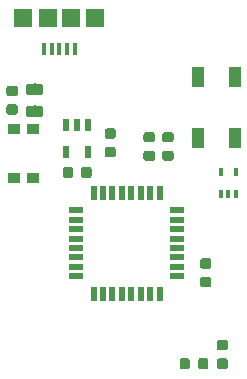
<source format=gbr>
G04 #@! TF.GenerationSoftware,KiCad,Pcbnew,5.1.4-e60b266~84~ubuntu18.04.1*
G04 #@! TF.CreationDate,2019-09-28T16:56:38-06:00*
G04 #@! TF.ProjectId,rfboard,7266626f-6172-4642-9e6b-696361645f70,rev?*
G04 #@! TF.SameCoordinates,Original*
G04 #@! TF.FileFunction,Paste,Top*
G04 #@! TF.FilePolarity,Positive*
%FSLAX46Y46*%
G04 Gerber Fmt 4.6, Leading zero omitted, Abs format (unit mm)*
G04 Created by KiCad (PCBNEW 5.1.4-e60b266~84~ubuntu18.04.1) date 2019-09-28 16:56:38*
%MOMM*%
%LPD*%
G04 APERTURE LIST*
%ADD10R,1.270000X0.558800*%
%ADD11R,0.558800X1.270000*%
%ADD12C,0.100000*%
%ADD13C,0.875000*%
%ADD14R,0.998220X1.651000*%
%ADD15R,0.320000X1.080000*%
%ADD16R,1.500000X1.550000*%
%ADD17R,0.600000X1.140000*%
%ADD18R,0.998220X0.899160*%
%ADD19R,0.400000X0.650000*%
%ADD20C,0.975000*%
G04 APERTURE END LIST*
D10*
X107407400Y-110800920D03*
X107407400Y-111601020D03*
X107407400Y-112401120D03*
X107407400Y-113201220D03*
X107407400Y-113998780D03*
X107407400Y-114798880D03*
X107407400Y-115598980D03*
X107407400Y-116399080D03*
D11*
X108900920Y-117892600D03*
X109701020Y-117892600D03*
X110501120Y-117892600D03*
X111301220Y-117892600D03*
X112098780Y-117892600D03*
X112898880Y-117892600D03*
X113698980Y-117892600D03*
X114499080Y-117892600D03*
D10*
X115992600Y-116399080D03*
X115992600Y-115598980D03*
X115992600Y-114798880D03*
X115992600Y-113998780D03*
X115992600Y-113201220D03*
X115992600Y-112401120D03*
X115992600Y-111601020D03*
X115992600Y-110800920D03*
D11*
X114499080Y-109307400D03*
X113698980Y-109307400D03*
X112898880Y-109307400D03*
X112098780Y-109307400D03*
X111301220Y-109307400D03*
X110501120Y-109307400D03*
X109701020Y-109307400D03*
X108900920Y-109307400D03*
D12*
G36*
X110577691Y-105451053D02*
G01*
X110598926Y-105454203D01*
X110619750Y-105459419D01*
X110639962Y-105466651D01*
X110659368Y-105475830D01*
X110677781Y-105486866D01*
X110695024Y-105499654D01*
X110710930Y-105514070D01*
X110725346Y-105529976D01*
X110738134Y-105547219D01*
X110749170Y-105565632D01*
X110758349Y-105585038D01*
X110765581Y-105605250D01*
X110770797Y-105626074D01*
X110773947Y-105647309D01*
X110775000Y-105668750D01*
X110775000Y-106106250D01*
X110773947Y-106127691D01*
X110770797Y-106148926D01*
X110765581Y-106169750D01*
X110758349Y-106189962D01*
X110749170Y-106209368D01*
X110738134Y-106227781D01*
X110725346Y-106245024D01*
X110710930Y-106260930D01*
X110695024Y-106275346D01*
X110677781Y-106288134D01*
X110659368Y-106299170D01*
X110639962Y-106308349D01*
X110619750Y-106315581D01*
X110598926Y-106320797D01*
X110577691Y-106323947D01*
X110556250Y-106325000D01*
X110043750Y-106325000D01*
X110022309Y-106323947D01*
X110001074Y-106320797D01*
X109980250Y-106315581D01*
X109960038Y-106308349D01*
X109940632Y-106299170D01*
X109922219Y-106288134D01*
X109904976Y-106275346D01*
X109889070Y-106260930D01*
X109874654Y-106245024D01*
X109861866Y-106227781D01*
X109850830Y-106209368D01*
X109841651Y-106189962D01*
X109834419Y-106169750D01*
X109829203Y-106148926D01*
X109826053Y-106127691D01*
X109825000Y-106106250D01*
X109825000Y-105668750D01*
X109826053Y-105647309D01*
X109829203Y-105626074D01*
X109834419Y-105605250D01*
X109841651Y-105585038D01*
X109850830Y-105565632D01*
X109861866Y-105547219D01*
X109874654Y-105529976D01*
X109889070Y-105514070D01*
X109904976Y-105499654D01*
X109922219Y-105486866D01*
X109940632Y-105475830D01*
X109960038Y-105466651D01*
X109980250Y-105459419D01*
X110001074Y-105454203D01*
X110022309Y-105451053D01*
X110043750Y-105450000D01*
X110556250Y-105450000D01*
X110577691Y-105451053D01*
X110577691Y-105451053D01*
G37*
D13*
X110300000Y-105887500D03*
D12*
G36*
X110577691Y-103876053D02*
G01*
X110598926Y-103879203D01*
X110619750Y-103884419D01*
X110639962Y-103891651D01*
X110659368Y-103900830D01*
X110677781Y-103911866D01*
X110695024Y-103924654D01*
X110710930Y-103939070D01*
X110725346Y-103954976D01*
X110738134Y-103972219D01*
X110749170Y-103990632D01*
X110758349Y-104010038D01*
X110765581Y-104030250D01*
X110770797Y-104051074D01*
X110773947Y-104072309D01*
X110775000Y-104093750D01*
X110775000Y-104531250D01*
X110773947Y-104552691D01*
X110770797Y-104573926D01*
X110765581Y-104594750D01*
X110758349Y-104614962D01*
X110749170Y-104634368D01*
X110738134Y-104652781D01*
X110725346Y-104670024D01*
X110710930Y-104685930D01*
X110695024Y-104700346D01*
X110677781Y-104713134D01*
X110659368Y-104724170D01*
X110639962Y-104733349D01*
X110619750Y-104740581D01*
X110598926Y-104745797D01*
X110577691Y-104748947D01*
X110556250Y-104750000D01*
X110043750Y-104750000D01*
X110022309Y-104748947D01*
X110001074Y-104745797D01*
X109980250Y-104740581D01*
X109960038Y-104733349D01*
X109940632Y-104724170D01*
X109922219Y-104713134D01*
X109904976Y-104700346D01*
X109889070Y-104685930D01*
X109874654Y-104670024D01*
X109861866Y-104652781D01*
X109850830Y-104634368D01*
X109841651Y-104614962D01*
X109834419Y-104594750D01*
X109829203Y-104573926D01*
X109826053Y-104552691D01*
X109825000Y-104531250D01*
X109825000Y-104093750D01*
X109826053Y-104072309D01*
X109829203Y-104051074D01*
X109834419Y-104030250D01*
X109841651Y-104010038D01*
X109850830Y-103990632D01*
X109861866Y-103972219D01*
X109874654Y-103954976D01*
X109889070Y-103939070D01*
X109904976Y-103924654D01*
X109922219Y-103911866D01*
X109940632Y-103900830D01*
X109960038Y-103891651D01*
X109980250Y-103884419D01*
X110001074Y-103879203D01*
X110022309Y-103876053D01*
X110043750Y-103875000D01*
X110556250Y-103875000D01*
X110577691Y-103876053D01*
X110577691Y-103876053D01*
G37*
D13*
X110300000Y-104312500D03*
D12*
G36*
X102277691Y-100263553D02*
G01*
X102298926Y-100266703D01*
X102319750Y-100271919D01*
X102339962Y-100279151D01*
X102359368Y-100288330D01*
X102377781Y-100299366D01*
X102395024Y-100312154D01*
X102410930Y-100326570D01*
X102425346Y-100342476D01*
X102438134Y-100359719D01*
X102449170Y-100378132D01*
X102458349Y-100397538D01*
X102465581Y-100417750D01*
X102470797Y-100438574D01*
X102473947Y-100459809D01*
X102475000Y-100481250D01*
X102475000Y-100918750D01*
X102473947Y-100940191D01*
X102470797Y-100961426D01*
X102465581Y-100982250D01*
X102458349Y-101002462D01*
X102449170Y-101021868D01*
X102438134Y-101040281D01*
X102425346Y-101057524D01*
X102410930Y-101073430D01*
X102395024Y-101087846D01*
X102377781Y-101100634D01*
X102359368Y-101111670D01*
X102339962Y-101120849D01*
X102319750Y-101128081D01*
X102298926Y-101133297D01*
X102277691Y-101136447D01*
X102256250Y-101137500D01*
X101743750Y-101137500D01*
X101722309Y-101136447D01*
X101701074Y-101133297D01*
X101680250Y-101128081D01*
X101660038Y-101120849D01*
X101640632Y-101111670D01*
X101622219Y-101100634D01*
X101604976Y-101087846D01*
X101589070Y-101073430D01*
X101574654Y-101057524D01*
X101561866Y-101040281D01*
X101550830Y-101021868D01*
X101541651Y-101002462D01*
X101534419Y-100982250D01*
X101529203Y-100961426D01*
X101526053Y-100940191D01*
X101525000Y-100918750D01*
X101525000Y-100481250D01*
X101526053Y-100459809D01*
X101529203Y-100438574D01*
X101534419Y-100417750D01*
X101541651Y-100397538D01*
X101550830Y-100378132D01*
X101561866Y-100359719D01*
X101574654Y-100342476D01*
X101589070Y-100326570D01*
X101604976Y-100312154D01*
X101622219Y-100299366D01*
X101640632Y-100288330D01*
X101660038Y-100279151D01*
X101680250Y-100271919D01*
X101701074Y-100266703D01*
X101722309Y-100263553D01*
X101743750Y-100262500D01*
X102256250Y-100262500D01*
X102277691Y-100263553D01*
X102277691Y-100263553D01*
G37*
D13*
X102000000Y-100700000D03*
D12*
G36*
X102277691Y-101838553D02*
G01*
X102298926Y-101841703D01*
X102319750Y-101846919D01*
X102339962Y-101854151D01*
X102359368Y-101863330D01*
X102377781Y-101874366D01*
X102395024Y-101887154D01*
X102410930Y-101901570D01*
X102425346Y-101917476D01*
X102438134Y-101934719D01*
X102449170Y-101953132D01*
X102458349Y-101972538D01*
X102465581Y-101992750D01*
X102470797Y-102013574D01*
X102473947Y-102034809D01*
X102475000Y-102056250D01*
X102475000Y-102493750D01*
X102473947Y-102515191D01*
X102470797Y-102536426D01*
X102465581Y-102557250D01*
X102458349Y-102577462D01*
X102449170Y-102596868D01*
X102438134Y-102615281D01*
X102425346Y-102632524D01*
X102410930Y-102648430D01*
X102395024Y-102662846D01*
X102377781Y-102675634D01*
X102359368Y-102686670D01*
X102339962Y-102695849D01*
X102319750Y-102703081D01*
X102298926Y-102708297D01*
X102277691Y-102711447D01*
X102256250Y-102712500D01*
X101743750Y-102712500D01*
X101722309Y-102711447D01*
X101701074Y-102708297D01*
X101680250Y-102703081D01*
X101660038Y-102695849D01*
X101640632Y-102686670D01*
X101622219Y-102675634D01*
X101604976Y-102662846D01*
X101589070Y-102648430D01*
X101574654Y-102632524D01*
X101561866Y-102615281D01*
X101550830Y-102596868D01*
X101541651Y-102577462D01*
X101534419Y-102557250D01*
X101529203Y-102536426D01*
X101526053Y-102515191D01*
X101525000Y-102493750D01*
X101525000Y-102056250D01*
X101526053Y-102034809D01*
X101529203Y-102013574D01*
X101534419Y-101992750D01*
X101541651Y-101972538D01*
X101550830Y-101953132D01*
X101561866Y-101934719D01*
X101574654Y-101917476D01*
X101589070Y-101901570D01*
X101604976Y-101887154D01*
X101622219Y-101874366D01*
X101640632Y-101863330D01*
X101660038Y-101854151D01*
X101680250Y-101846919D01*
X101701074Y-101841703D01*
X101722309Y-101838553D01*
X101743750Y-101837500D01*
X102256250Y-101837500D01*
X102277691Y-101838553D01*
X102277691Y-101838553D01*
G37*
D13*
X102000000Y-102275000D03*
D12*
G36*
X106952691Y-107126053D02*
G01*
X106973926Y-107129203D01*
X106994750Y-107134419D01*
X107014962Y-107141651D01*
X107034368Y-107150830D01*
X107052781Y-107161866D01*
X107070024Y-107174654D01*
X107085930Y-107189070D01*
X107100346Y-107204976D01*
X107113134Y-107222219D01*
X107124170Y-107240632D01*
X107133349Y-107260038D01*
X107140581Y-107280250D01*
X107145797Y-107301074D01*
X107148947Y-107322309D01*
X107150000Y-107343750D01*
X107150000Y-107856250D01*
X107148947Y-107877691D01*
X107145797Y-107898926D01*
X107140581Y-107919750D01*
X107133349Y-107939962D01*
X107124170Y-107959368D01*
X107113134Y-107977781D01*
X107100346Y-107995024D01*
X107085930Y-108010930D01*
X107070024Y-108025346D01*
X107052781Y-108038134D01*
X107034368Y-108049170D01*
X107014962Y-108058349D01*
X106994750Y-108065581D01*
X106973926Y-108070797D01*
X106952691Y-108073947D01*
X106931250Y-108075000D01*
X106493750Y-108075000D01*
X106472309Y-108073947D01*
X106451074Y-108070797D01*
X106430250Y-108065581D01*
X106410038Y-108058349D01*
X106390632Y-108049170D01*
X106372219Y-108038134D01*
X106354976Y-108025346D01*
X106339070Y-108010930D01*
X106324654Y-107995024D01*
X106311866Y-107977781D01*
X106300830Y-107959368D01*
X106291651Y-107939962D01*
X106284419Y-107919750D01*
X106279203Y-107898926D01*
X106276053Y-107877691D01*
X106275000Y-107856250D01*
X106275000Y-107343750D01*
X106276053Y-107322309D01*
X106279203Y-107301074D01*
X106284419Y-107280250D01*
X106291651Y-107260038D01*
X106300830Y-107240632D01*
X106311866Y-107222219D01*
X106324654Y-107204976D01*
X106339070Y-107189070D01*
X106354976Y-107174654D01*
X106372219Y-107161866D01*
X106390632Y-107150830D01*
X106410038Y-107141651D01*
X106430250Y-107134419D01*
X106451074Y-107129203D01*
X106472309Y-107126053D01*
X106493750Y-107125000D01*
X106931250Y-107125000D01*
X106952691Y-107126053D01*
X106952691Y-107126053D01*
G37*
D13*
X106712500Y-107600000D03*
D12*
G36*
X108527691Y-107126053D02*
G01*
X108548926Y-107129203D01*
X108569750Y-107134419D01*
X108589962Y-107141651D01*
X108609368Y-107150830D01*
X108627781Y-107161866D01*
X108645024Y-107174654D01*
X108660930Y-107189070D01*
X108675346Y-107204976D01*
X108688134Y-107222219D01*
X108699170Y-107240632D01*
X108708349Y-107260038D01*
X108715581Y-107280250D01*
X108720797Y-107301074D01*
X108723947Y-107322309D01*
X108725000Y-107343750D01*
X108725000Y-107856250D01*
X108723947Y-107877691D01*
X108720797Y-107898926D01*
X108715581Y-107919750D01*
X108708349Y-107939962D01*
X108699170Y-107959368D01*
X108688134Y-107977781D01*
X108675346Y-107995024D01*
X108660930Y-108010930D01*
X108645024Y-108025346D01*
X108627781Y-108038134D01*
X108609368Y-108049170D01*
X108589962Y-108058349D01*
X108569750Y-108065581D01*
X108548926Y-108070797D01*
X108527691Y-108073947D01*
X108506250Y-108075000D01*
X108068750Y-108075000D01*
X108047309Y-108073947D01*
X108026074Y-108070797D01*
X108005250Y-108065581D01*
X107985038Y-108058349D01*
X107965632Y-108049170D01*
X107947219Y-108038134D01*
X107929976Y-108025346D01*
X107914070Y-108010930D01*
X107899654Y-107995024D01*
X107886866Y-107977781D01*
X107875830Y-107959368D01*
X107866651Y-107939962D01*
X107859419Y-107919750D01*
X107854203Y-107898926D01*
X107851053Y-107877691D01*
X107850000Y-107856250D01*
X107850000Y-107343750D01*
X107851053Y-107322309D01*
X107854203Y-107301074D01*
X107859419Y-107280250D01*
X107866651Y-107260038D01*
X107875830Y-107240632D01*
X107886866Y-107222219D01*
X107899654Y-107204976D01*
X107914070Y-107189070D01*
X107929976Y-107174654D01*
X107947219Y-107161866D01*
X107965632Y-107150830D01*
X107985038Y-107141651D01*
X108005250Y-107134419D01*
X108026074Y-107129203D01*
X108047309Y-107126053D01*
X108068750Y-107125000D01*
X108506250Y-107125000D01*
X108527691Y-107126053D01*
X108527691Y-107126053D01*
G37*
D13*
X108287500Y-107600000D03*
D12*
G36*
X118677691Y-116451053D02*
G01*
X118698926Y-116454203D01*
X118719750Y-116459419D01*
X118739962Y-116466651D01*
X118759368Y-116475830D01*
X118777781Y-116486866D01*
X118795024Y-116499654D01*
X118810930Y-116514070D01*
X118825346Y-116529976D01*
X118838134Y-116547219D01*
X118849170Y-116565632D01*
X118858349Y-116585038D01*
X118865581Y-116605250D01*
X118870797Y-116626074D01*
X118873947Y-116647309D01*
X118875000Y-116668750D01*
X118875000Y-117106250D01*
X118873947Y-117127691D01*
X118870797Y-117148926D01*
X118865581Y-117169750D01*
X118858349Y-117189962D01*
X118849170Y-117209368D01*
X118838134Y-117227781D01*
X118825346Y-117245024D01*
X118810930Y-117260930D01*
X118795024Y-117275346D01*
X118777781Y-117288134D01*
X118759368Y-117299170D01*
X118739962Y-117308349D01*
X118719750Y-117315581D01*
X118698926Y-117320797D01*
X118677691Y-117323947D01*
X118656250Y-117325000D01*
X118143750Y-117325000D01*
X118122309Y-117323947D01*
X118101074Y-117320797D01*
X118080250Y-117315581D01*
X118060038Y-117308349D01*
X118040632Y-117299170D01*
X118022219Y-117288134D01*
X118004976Y-117275346D01*
X117989070Y-117260930D01*
X117974654Y-117245024D01*
X117961866Y-117227781D01*
X117950830Y-117209368D01*
X117941651Y-117189962D01*
X117934419Y-117169750D01*
X117929203Y-117148926D01*
X117926053Y-117127691D01*
X117925000Y-117106250D01*
X117925000Y-116668750D01*
X117926053Y-116647309D01*
X117929203Y-116626074D01*
X117934419Y-116605250D01*
X117941651Y-116585038D01*
X117950830Y-116565632D01*
X117961866Y-116547219D01*
X117974654Y-116529976D01*
X117989070Y-116514070D01*
X118004976Y-116499654D01*
X118022219Y-116486866D01*
X118040632Y-116475830D01*
X118060038Y-116466651D01*
X118080250Y-116459419D01*
X118101074Y-116454203D01*
X118122309Y-116451053D01*
X118143750Y-116450000D01*
X118656250Y-116450000D01*
X118677691Y-116451053D01*
X118677691Y-116451053D01*
G37*
D13*
X118400000Y-116887500D03*
D12*
G36*
X118677691Y-114876053D02*
G01*
X118698926Y-114879203D01*
X118719750Y-114884419D01*
X118739962Y-114891651D01*
X118759368Y-114900830D01*
X118777781Y-114911866D01*
X118795024Y-114924654D01*
X118810930Y-114939070D01*
X118825346Y-114954976D01*
X118838134Y-114972219D01*
X118849170Y-114990632D01*
X118858349Y-115010038D01*
X118865581Y-115030250D01*
X118870797Y-115051074D01*
X118873947Y-115072309D01*
X118875000Y-115093750D01*
X118875000Y-115531250D01*
X118873947Y-115552691D01*
X118870797Y-115573926D01*
X118865581Y-115594750D01*
X118858349Y-115614962D01*
X118849170Y-115634368D01*
X118838134Y-115652781D01*
X118825346Y-115670024D01*
X118810930Y-115685930D01*
X118795024Y-115700346D01*
X118777781Y-115713134D01*
X118759368Y-115724170D01*
X118739962Y-115733349D01*
X118719750Y-115740581D01*
X118698926Y-115745797D01*
X118677691Y-115748947D01*
X118656250Y-115750000D01*
X118143750Y-115750000D01*
X118122309Y-115748947D01*
X118101074Y-115745797D01*
X118080250Y-115740581D01*
X118060038Y-115733349D01*
X118040632Y-115724170D01*
X118022219Y-115713134D01*
X118004976Y-115700346D01*
X117989070Y-115685930D01*
X117974654Y-115670024D01*
X117961866Y-115652781D01*
X117950830Y-115634368D01*
X117941651Y-115614962D01*
X117934419Y-115594750D01*
X117929203Y-115573926D01*
X117926053Y-115552691D01*
X117925000Y-115531250D01*
X117925000Y-115093750D01*
X117926053Y-115072309D01*
X117929203Y-115051074D01*
X117934419Y-115030250D01*
X117941651Y-115010038D01*
X117950830Y-114990632D01*
X117961866Y-114972219D01*
X117974654Y-114954976D01*
X117989070Y-114939070D01*
X118004976Y-114924654D01*
X118022219Y-114911866D01*
X118040632Y-114900830D01*
X118060038Y-114891651D01*
X118080250Y-114884419D01*
X118101074Y-114879203D01*
X118122309Y-114876053D01*
X118143750Y-114875000D01*
X118656250Y-114875000D01*
X118677691Y-114876053D01*
X118677691Y-114876053D01*
G37*
D13*
X118400000Y-115312500D03*
D12*
G36*
X120077691Y-121776053D02*
G01*
X120098926Y-121779203D01*
X120119750Y-121784419D01*
X120139962Y-121791651D01*
X120159368Y-121800830D01*
X120177781Y-121811866D01*
X120195024Y-121824654D01*
X120210930Y-121839070D01*
X120225346Y-121854976D01*
X120238134Y-121872219D01*
X120249170Y-121890632D01*
X120258349Y-121910038D01*
X120265581Y-121930250D01*
X120270797Y-121951074D01*
X120273947Y-121972309D01*
X120275000Y-121993750D01*
X120275000Y-122431250D01*
X120273947Y-122452691D01*
X120270797Y-122473926D01*
X120265581Y-122494750D01*
X120258349Y-122514962D01*
X120249170Y-122534368D01*
X120238134Y-122552781D01*
X120225346Y-122570024D01*
X120210930Y-122585930D01*
X120195024Y-122600346D01*
X120177781Y-122613134D01*
X120159368Y-122624170D01*
X120139962Y-122633349D01*
X120119750Y-122640581D01*
X120098926Y-122645797D01*
X120077691Y-122648947D01*
X120056250Y-122650000D01*
X119543750Y-122650000D01*
X119522309Y-122648947D01*
X119501074Y-122645797D01*
X119480250Y-122640581D01*
X119460038Y-122633349D01*
X119440632Y-122624170D01*
X119422219Y-122613134D01*
X119404976Y-122600346D01*
X119389070Y-122585930D01*
X119374654Y-122570024D01*
X119361866Y-122552781D01*
X119350830Y-122534368D01*
X119341651Y-122514962D01*
X119334419Y-122494750D01*
X119329203Y-122473926D01*
X119326053Y-122452691D01*
X119325000Y-122431250D01*
X119325000Y-121993750D01*
X119326053Y-121972309D01*
X119329203Y-121951074D01*
X119334419Y-121930250D01*
X119341651Y-121910038D01*
X119350830Y-121890632D01*
X119361866Y-121872219D01*
X119374654Y-121854976D01*
X119389070Y-121839070D01*
X119404976Y-121824654D01*
X119422219Y-121811866D01*
X119440632Y-121800830D01*
X119460038Y-121791651D01*
X119480250Y-121784419D01*
X119501074Y-121779203D01*
X119522309Y-121776053D01*
X119543750Y-121775000D01*
X120056250Y-121775000D01*
X120077691Y-121776053D01*
X120077691Y-121776053D01*
G37*
D13*
X119800000Y-122212500D03*
D12*
G36*
X120077691Y-123351053D02*
G01*
X120098926Y-123354203D01*
X120119750Y-123359419D01*
X120139962Y-123366651D01*
X120159368Y-123375830D01*
X120177781Y-123386866D01*
X120195024Y-123399654D01*
X120210930Y-123414070D01*
X120225346Y-123429976D01*
X120238134Y-123447219D01*
X120249170Y-123465632D01*
X120258349Y-123485038D01*
X120265581Y-123505250D01*
X120270797Y-123526074D01*
X120273947Y-123547309D01*
X120275000Y-123568750D01*
X120275000Y-124006250D01*
X120273947Y-124027691D01*
X120270797Y-124048926D01*
X120265581Y-124069750D01*
X120258349Y-124089962D01*
X120249170Y-124109368D01*
X120238134Y-124127781D01*
X120225346Y-124145024D01*
X120210930Y-124160930D01*
X120195024Y-124175346D01*
X120177781Y-124188134D01*
X120159368Y-124199170D01*
X120139962Y-124208349D01*
X120119750Y-124215581D01*
X120098926Y-124220797D01*
X120077691Y-124223947D01*
X120056250Y-124225000D01*
X119543750Y-124225000D01*
X119522309Y-124223947D01*
X119501074Y-124220797D01*
X119480250Y-124215581D01*
X119460038Y-124208349D01*
X119440632Y-124199170D01*
X119422219Y-124188134D01*
X119404976Y-124175346D01*
X119389070Y-124160930D01*
X119374654Y-124145024D01*
X119361866Y-124127781D01*
X119350830Y-124109368D01*
X119341651Y-124089962D01*
X119334419Y-124069750D01*
X119329203Y-124048926D01*
X119326053Y-124027691D01*
X119325000Y-124006250D01*
X119325000Y-123568750D01*
X119326053Y-123547309D01*
X119329203Y-123526074D01*
X119334419Y-123505250D01*
X119341651Y-123485038D01*
X119350830Y-123465632D01*
X119361866Y-123447219D01*
X119374654Y-123429976D01*
X119389070Y-123414070D01*
X119404976Y-123399654D01*
X119422219Y-123386866D01*
X119440632Y-123375830D01*
X119460038Y-123366651D01*
X119480250Y-123359419D01*
X119501074Y-123354203D01*
X119522309Y-123351053D01*
X119543750Y-123350000D01*
X120056250Y-123350000D01*
X120077691Y-123351053D01*
X120077691Y-123351053D01*
G37*
D13*
X119800000Y-123787500D03*
D14*
X120897660Y-99524440D03*
X117702340Y-99524440D03*
X117702340Y-104675560D03*
X120897660Y-104675560D03*
D15*
X107300000Y-97175000D03*
X106650000Y-97175000D03*
X106000000Y-97175000D03*
X105350000Y-97175000D03*
X104700000Y-97175000D03*
D16*
X107000000Y-94500000D03*
X105000000Y-94500000D03*
X109050000Y-94500000D03*
X102950000Y-94500000D03*
D12*
G36*
X118427691Y-123326053D02*
G01*
X118448926Y-123329203D01*
X118469750Y-123334419D01*
X118489962Y-123341651D01*
X118509368Y-123350830D01*
X118527781Y-123361866D01*
X118545024Y-123374654D01*
X118560930Y-123389070D01*
X118575346Y-123404976D01*
X118588134Y-123422219D01*
X118599170Y-123440632D01*
X118608349Y-123460038D01*
X118615581Y-123480250D01*
X118620797Y-123501074D01*
X118623947Y-123522309D01*
X118625000Y-123543750D01*
X118625000Y-124056250D01*
X118623947Y-124077691D01*
X118620797Y-124098926D01*
X118615581Y-124119750D01*
X118608349Y-124139962D01*
X118599170Y-124159368D01*
X118588134Y-124177781D01*
X118575346Y-124195024D01*
X118560930Y-124210930D01*
X118545024Y-124225346D01*
X118527781Y-124238134D01*
X118509368Y-124249170D01*
X118489962Y-124258349D01*
X118469750Y-124265581D01*
X118448926Y-124270797D01*
X118427691Y-124273947D01*
X118406250Y-124275000D01*
X117968750Y-124275000D01*
X117947309Y-124273947D01*
X117926074Y-124270797D01*
X117905250Y-124265581D01*
X117885038Y-124258349D01*
X117865632Y-124249170D01*
X117847219Y-124238134D01*
X117829976Y-124225346D01*
X117814070Y-124210930D01*
X117799654Y-124195024D01*
X117786866Y-124177781D01*
X117775830Y-124159368D01*
X117766651Y-124139962D01*
X117759419Y-124119750D01*
X117754203Y-124098926D01*
X117751053Y-124077691D01*
X117750000Y-124056250D01*
X117750000Y-123543750D01*
X117751053Y-123522309D01*
X117754203Y-123501074D01*
X117759419Y-123480250D01*
X117766651Y-123460038D01*
X117775830Y-123440632D01*
X117786866Y-123422219D01*
X117799654Y-123404976D01*
X117814070Y-123389070D01*
X117829976Y-123374654D01*
X117847219Y-123361866D01*
X117865632Y-123350830D01*
X117885038Y-123341651D01*
X117905250Y-123334419D01*
X117926074Y-123329203D01*
X117947309Y-123326053D01*
X117968750Y-123325000D01*
X118406250Y-123325000D01*
X118427691Y-123326053D01*
X118427691Y-123326053D01*
G37*
D13*
X118187500Y-123800000D03*
D12*
G36*
X116852691Y-123326053D02*
G01*
X116873926Y-123329203D01*
X116894750Y-123334419D01*
X116914962Y-123341651D01*
X116934368Y-123350830D01*
X116952781Y-123361866D01*
X116970024Y-123374654D01*
X116985930Y-123389070D01*
X117000346Y-123404976D01*
X117013134Y-123422219D01*
X117024170Y-123440632D01*
X117033349Y-123460038D01*
X117040581Y-123480250D01*
X117045797Y-123501074D01*
X117048947Y-123522309D01*
X117050000Y-123543750D01*
X117050000Y-124056250D01*
X117048947Y-124077691D01*
X117045797Y-124098926D01*
X117040581Y-124119750D01*
X117033349Y-124139962D01*
X117024170Y-124159368D01*
X117013134Y-124177781D01*
X117000346Y-124195024D01*
X116985930Y-124210930D01*
X116970024Y-124225346D01*
X116952781Y-124238134D01*
X116934368Y-124249170D01*
X116914962Y-124258349D01*
X116894750Y-124265581D01*
X116873926Y-124270797D01*
X116852691Y-124273947D01*
X116831250Y-124275000D01*
X116393750Y-124275000D01*
X116372309Y-124273947D01*
X116351074Y-124270797D01*
X116330250Y-124265581D01*
X116310038Y-124258349D01*
X116290632Y-124249170D01*
X116272219Y-124238134D01*
X116254976Y-124225346D01*
X116239070Y-124210930D01*
X116224654Y-124195024D01*
X116211866Y-124177781D01*
X116200830Y-124159368D01*
X116191651Y-124139962D01*
X116184419Y-124119750D01*
X116179203Y-124098926D01*
X116176053Y-124077691D01*
X116175000Y-124056250D01*
X116175000Y-123543750D01*
X116176053Y-123522309D01*
X116179203Y-123501074D01*
X116184419Y-123480250D01*
X116191651Y-123460038D01*
X116200830Y-123440632D01*
X116211866Y-123422219D01*
X116224654Y-123404976D01*
X116239070Y-123389070D01*
X116254976Y-123374654D01*
X116272219Y-123361866D01*
X116290632Y-123350830D01*
X116310038Y-123341651D01*
X116330250Y-123334419D01*
X116351074Y-123329203D01*
X116372309Y-123326053D01*
X116393750Y-123325000D01*
X116831250Y-123325000D01*
X116852691Y-123326053D01*
X116852691Y-123326053D01*
G37*
D13*
X116612500Y-123800000D03*
D12*
G36*
X115477691Y-104176053D02*
G01*
X115498926Y-104179203D01*
X115519750Y-104184419D01*
X115539962Y-104191651D01*
X115559368Y-104200830D01*
X115577781Y-104211866D01*
X115595024Y-104224654D01*
X115610930Y-104239070D01*
X115625346Y-104254976D01*
X115638134Y-104272219D01*
X115649170Y-104290632D01*
X115658349Y-104310038D01*
X115665581Y-104330250D01*
X115670797Y-104351074D01*
X115673947Y-104372309D01*
X115675000Y-104393750D01*
X115675000Y-104831250D01*
X115673947Y-104852691D01*
X115670797Y-104873926D01*
X115665581Y-104894750D01*
X115658349Y-104914962D01*
X115649170Y-104934368D01*
X115638134Y-104952781D01*
X115625346Y-104970024D01*
X115610930Y-104985930D01*
X115595024Y-105000346D01*
X115577781Y-105013134D01*
X115559368Y-105024170D01*
X115539962Y-105033349D01*
X115519750Y-105040581D01*
X115498926Y-105045797D01*
X115477691Y-105048947D01*
X115456250Y-105050000D01*
X114943750Y-105050000D01*
X114922309Y-105048947D01*
X114901074Y-105045797D01*
X114880250Y-105040581D01*
X114860038Y-105033349D01*
X114840632Y-105024170D01*
X114822219Y-105013134D01*
X114804976Y-105000346D01*
X114789070Y-104985930D01*
X114774654Y-104970024D01*
X114761866Y-104952781D01*
X114750830Y-104934368D01*
X114741651Y-104914962D01*
X114734419Y-104894750D01*
X114729203Y-104873926D01*
X114726053Y-104852691D01*
X114725000Y-104831250D01*
X114725000Y-104393750D01*
X114726053Y-104372309D01*
X114729203Y-104351074D01*
X114734419Y-104330250D01*
X114741651Y-104310038D01*
X114750830Y-104290632D01*
X114761866Y-104272219D01*
X114774654Y-104254976D01*
X114789070Y-104239070D01*
X114804976Y-104224654D01*
X114822219Y-104211866D01*
X114840632Y-104200830D01*
X114860038Y-104191651D01*
X114880250Y-104184419D01*
X114901074Y-104179203D01*
X114922309Y-104176053D01*
X114943750Y-104175000D01*
X115456250Y-104175000D01*
X115477691Y-104176053D01*
X115477691Y-104176053D01*
G37*
D13*
X115200000Y-104612500D03*
D12*
G36*
X115477691Y-105751053D02*
G01*
X115498926Y-105754203D01*
X115519750Y-105759419D01*
X115539962Y-105766651D01*
X115559368Y-105775830D01*
X115577781Y-105786866D01*
X115595024Y-105799654D01*
X115610930Y-105814070D01*
X115625346Y-105829976D01*
X115638134Y-105847219D01*
X115649170Y-105865632D01*
X115658349Y-105885038D01*
X115665581Y-105905250D01*
X115670797Y-105926074D01*
X115673947Y-105947309D01*
X115675000Y-105968750D01*
X115675000Y-106406250D01*
X115673947Y-106427691D01*
X115670797Y-106448926D01*
X115665581Y-106469750D01*
X115658349Y-106489962D01*
X115649170Y-106509368D01*
X115638134Y-106527781D01*
X115625346Y-106545024D01*
X115610930Y-106560930D01*
X115595024Y-106575346D01*
X115577781Y-106588134D01*
X115559368Y-106599170D01*
X115539962Y-106608349D01*
X115519750Y-106615581D01*
X115498926Y-106620797D01*
X115477691Y-106623947D01*
X115456250Y-106625000D01*
X114943750Y-106625000D01*
X114922309Y-106623947D01*
X114901074Y-106620797D01*
X114880250Y-106615581D01*
X114860038Y-106608349D01*
X114840632Y-106599170D01*
X114822219Y-106588134D01*
X114804976Y-106575346D01*
X114789070Y-106560930D01*
X114774654Y-106545024D01*
X114761866Y-106527781D01*
X114750830Y-106509368D01*
X114741651Y-106489962D01*
X114734419Y-106469750D01*
X114729203Y-106448926D01*
X114726053Y-106427691D01*
X114725000Y-106406250D01*
X114725000Y-105968750D01*
X114726053Y-105947309D01*
X114729203Y-105926074D01*
X114734419Y-105905250D01*
X114741651Y-105885038D01*
X114750830Y-105865632D01*
X114761866Y-105847219D01*
X114774654Y-105829976D01*
X114789070Y-105814070D01*
X114804976Y-105799654D01*
X114822219Y-105786866D01*
X114840632Y-105775830D01*
X114860038Y-105766651D01*
X114880250Y-105759419D01*
X114901074Y-105754203D01*
X114922309Y-105751053D01*
X114943750Y-105750000D01*
X115456250Y-105750000D01*
X115477691Y-105751053D01*
X115477691Y-105751053D01*
G37*
D13*
X115200000Y-106187500D03*
D17*
X108450000Y-103560000D03*
X107500000Y-103560000D03*
X106550000Y-103560000D03*
X106550000Y-105840000D03*
X108450000Y-105840000D03*
D12*
G36*
X113877691Y-105751053D02*
G01*
X113898926Y-105754203D01*
X113919750Y-105759419D01*
X113939962Y-105766651D01*
X113959368Y-105775830D01*
X113977781Y-105786866D01*
X113995024Y-105799654D01*
X114010930Y-105814070D01*
X114025346Y-105829976D01*
X114038134Y-105847219D01*
X114049170Y-105865632D01*
X114058349Y-105885038D01*
X114065581Y-105905250D01*
X114070797Y-105926074D01*
X114073947Y-105947309D01*
X114075000Y-105968750D01*
X114075000Y-106406250D01*
X114073947Y-106427691D01*
X114070797Y-106448926D01*
X114065581Y-106469750D01*
X114058349Y-106489962D01*
X114049170Y-106509368D01*
X114038134Y-106527781D01*
X114025346Y-106545024D01*
X114010930Y-106560930D01*
X113995024Y-106575346D01*
X113977781Y-106588134D01*
X113959368Y-106599170D01*
X113939962Y-106608349D01*
X113919750Y-106615581D01*
X113898926Y-106620797D01*
X113877691Y-106623947D01*
X113856250Y-106625000D01*
X113343750Y-106625000D01*
X113322309Y-106623947D01*
X113301074Y-106620797D01*
X113280250Y-106615581D01*
X113260038Y-106608349D01*
X113240632Y-106599170D01*
X113222219Y-106588134D01*
X113204976Y-106575346D01*
X113189070Y-106560930D01*
X113174654Y-106545024D01*
X113161866Y-106527781D01*
X113150830Y-106509368D01*
X113141651Y-106489962D01*
X113134419Y-106469750D01*
X113129203Y-106448926D01*
X113126053Y-106427691D01*
X113125000Y-106406250D01*
X113125000Y-105968750D01*
X113126053Y-105947309D01*
X113129203Y-105926074D01*
X113134419Y-105905250D01*
X113141651Y-105885038D01*
X113150830Y-105865632D01*
X113161866Y-105847219D01*
X113174654Y-105829976D01*
X113189070Y-105814070D01*
X113204976Y-105799654D01*
X113222219Y-105786866D01*
X113240632Y-105775830D01*
X113260038Y-105766651D01*
X113280250Y-105759419D01*
X113301074Y-105754203D01*
X113322309Y-105751053D01*
X113343750Y-105750000D01*
X113856250Y-105750000D01*
X113877691Y-105751053D01*
X113877691Y-105751053D01*
G37*
D13*
X113600000Y-106187500D03*
D12*
G36*
X113877691Y-104176053D02*
G01*
X113898926Y-104179203D01*
X113919750Y-104184419D01*
X113939962Y-104191651D01*
X113959368Y-104200830D01*
X113977781Y-104211866D01*
X113995024Y-104224654D01*
X114010930Y-104239070D01*
X114025346Y-104254976D01*
X114038134Y-104272219D01*
X114049170Y-104290632D01*
X114058349Y-104310038D01*
X114065581Y-104330250D01*
X114070797Y-104351074D01*
X114073947Y-104372309D01*
X114075000Y-104393750D01*
X114075000Y-104831250D01*
X114073947Y-104852691D01*
X114070797Y-104873926D01*
X114065581Y-104894750D01*
X114058349Y-104914962D01*
X114049170Y-104934368D01*
X114038134Y-104952781D01*
X114025346Y-104970024D01*
X114010930Y-104985930D01*
X113995024Y-105000346D01*
X113977781Y-105013134D01*
X113959368Y-105024170D01*
X113939962Y-105033349D01*
X113919750Y-105040581D01*
X113898926Y-105045797D01*
X113877691Y-105048947D01*
X113856250Y-105050000D01*
X113343750Y-105050000D01*
X113322309Y-105048947D01*
X113301074Y-105045797D01*
X113280250Y-105040581D01*
X113260038Y-105033349D01*
X113240632Y-105024170D01*
X113222219Y-105013134D01*
X113204976Y-105000346D01*
X113189070Y-104985930D01*
X113174654Y-104970024D01*
X113161866Y-104952781D01*
X113150830Y-104934368D01*
X113141651Y-104914962D01*
X113134419Y-104894750D01*
X113129203Y-104873926D01*
X113126053Y-104852691D01*
X113125000Y-104831250D01*
X113125000Y-104393750D01*
X113126053Y-104372309D01*
X113129203Y-104351074D01*
X113134419Y-104330250D01*
X113141651Y-104310038D01*
X113150830Y-104290632D01*
X113161866Y-104272219D01*
X113174654Y-104254976D01*
X113189070Y-104239070D01*
X113204976Y-104224654D01*
X113222219Y-104211866D01*
X113240632Y-104200830D01*
X113260038Y-104191651D01*
X113280250Y-104184419D01*
X113301074Y-104179203D01*
X113322309Y-104176053D01*
X113343750Y-104175000D01*
X113856250Y-104175000D01*
X113877691Y-104176053D01*
X113877691Y-104176053D01*
G37*
D13*
X113600000Y-104612500D03*
D18*
X103797560Y-108049780D03*
X103797560Y-103950220D03*
X102202440Y-103950220D03*
X102202440Y-108049780D03*
D19*
X119650000Y-109450000D03*
X120950000Y-109450000D03*
X120300000Y-109450000D03*
X120950000Y-107550000D03*
X119650000Y-107550000D03*
D12*
G36*
X104380142Y-101951174D02*
G01*
X104403803Y-101954684D01*
X104427007Y-101960496D01*
X104449529Y-101968554D01*
X104471153Y-101978782D01*
X104491670Y-101991079D01*
X104510883Y-102005329D01*
X104528607Y-102021393D01*
X104544671Y-102039117D01*
X104558921Y-102058330D01*
X104571218Y-102078847D01*
X104581446Y-102100471D01*
X104589504Y-102122993D01*
X104595316Y-102146197D01*
X104598826Y-102169858D01*
X104600000Y-102193750D01*
X104600000Y-102681250D01*
X104598826Y-102705142D01*
X104595316Y-102728803D01*
X104589504Y-102752007D01*
X104581446Y-102774529D01*
X104571218Y-102796153D01*
X104558921Y-102816670D01*
X104544671Y-102835883D01*
X104528607Y-102853607D01*
X104510883Y-102869671D01*
X104491670Y-102883921D01*
X104471153Y-102896218D01*
X104449529Y-102906446D01*
X104427007Y-102914504D01*
X104403803Y-102920316D01*
X104380142Y-102923826D01*
X104356250Y-102925000D01*
X103443750Y-102925000D01*
X103419858Y-102923826D01*
X103396197Y-102920316D01*
X103372993Y-102914504D01*
X103350471Y-102906446D01*
X103328847Y-102896218D01*
X103308330Y-102883921D01*
X103289117Y-102869671D01*
X103271393Y-102853607D01*
X103255329Y-102835883D01*
X103241079Y-102816670D01*
X103228782Y-102796153D01*
X103218554Y-102774529D01*
X103210496Y-102752007D01*
X103204684Y-102728803D01*
X103201174Y-102705142D01*
X103200000Y-102681250D01*
X103200000Y-102193750D01*
X103201174Y-102169858D01*
X103204684Y-102146197D01*
X103210496Y-102122993D01*
X103218554Y-102100471D01*
X103228782Y-102078847D01*
X103241079Y-102058330D01*
X103255329Y-102039117D01*
X103271393Y-102021393D01*
X103289117Y-102005329D01*
X103308330Y-101991079D01*
X103328847Y-101978782D01*
X103350471Y-101968554D01*
X103372993Y-101960496D01*
X103396197Y-101954684D01*
X103419858Y-101951174D01*
X103443750Y-101950000D01*
X104356250Y-101950000D01*
X104380142Y-101951174D01*
X104380142Y-101951174D01*
G37*
D20*
X103900000Y-102437500D03*
D12*
G36*
X104380142Y-100076174D02*
G01*
X104403803Y-100079684D01*
X104427007Y-100085496D01*
X104449529Y-100093554D01*
X104471153Y-100103782D01*
X104491670Y-100116079D01*
X104510883Y-100130329D01*
X104528607Y-100146393D01*
X104544671Y-100164117D01*
X104558921Y-100183330D01*
X104571218Y-100203847D01*
X104581446Y-100225471D01*
X104589504Y-100247993D01*
X104595316Y-100271197D01*
X104598826Y-100294858D01*
X104600000Y-100318750D01*
X104600000Y-100806250D01*
X104598826Y-100830142D01*
X104595316Y-100853803D01*
X104589504Y-100877007D01*
X104581446Y-100899529D01*
X104571218Y-100921153D01*
X104558921Y-100941670D01*
X104544671Y-100960883D01*
X104528607Y-100978607D01*
X104510883Y-100994671D01*
X104491670Y-101008921D01*
X104471153Y-101021218D01*
X104449529Y-101031446D01*
X104427007Y-101039504D01*
X104403803Y-101045316D01*
X104380142Y-101048826D01*
X104356250Y-101050000D01*
X103443750Y-101050000D01*
X103419858Y-101048826D01*
X103396197Y-101045316D01*
X103372993Y-101039504D01*
X103350471Y-101031446D01*
X103328847Y-101021218D01*
X103308330Y-101008921D01*
X103289117Y-100994671D01*
X103271393Y-100978607D01*
X103255329Y-100960883D01*
X103241079Y-100941670D01*
X103228782Y-100921153D01*
X103218554Y-100899529D01*
X103210496Y-100877007D01*
X103204684Y-100853803D01*
X103201174Y-100830142D01*
X103200000Y-100806250D01*
X103200000Y-100318750D01*
X103201174Y-100294858D01*
X103204684Y-100271197D01*
X103210496Y-100247993D01*
X103218554Y-100225471D01*
X103228782Y-100203847D01*
X103241079Y-100183330D01*
X103255329Y-100164117D01*
X103271393Y-100146393D01*
X103289117Y-100130329D01*
X103308330Y-100116079D01*
X103328847Y-100103782D01*
X103350471Y-100093554D01*
X103372993Y-100085496D01*
X103396197Y-100079684D01*
X103419858Y-100076174D01*
X103443750Y-100075000D01*
X104356250Y-100075000D01*
X104380142Y-100076174D01*
X104380142Y-100076174D01*
G37*
D20*
X103900000Y-100562500D03*
M02*

</source>
